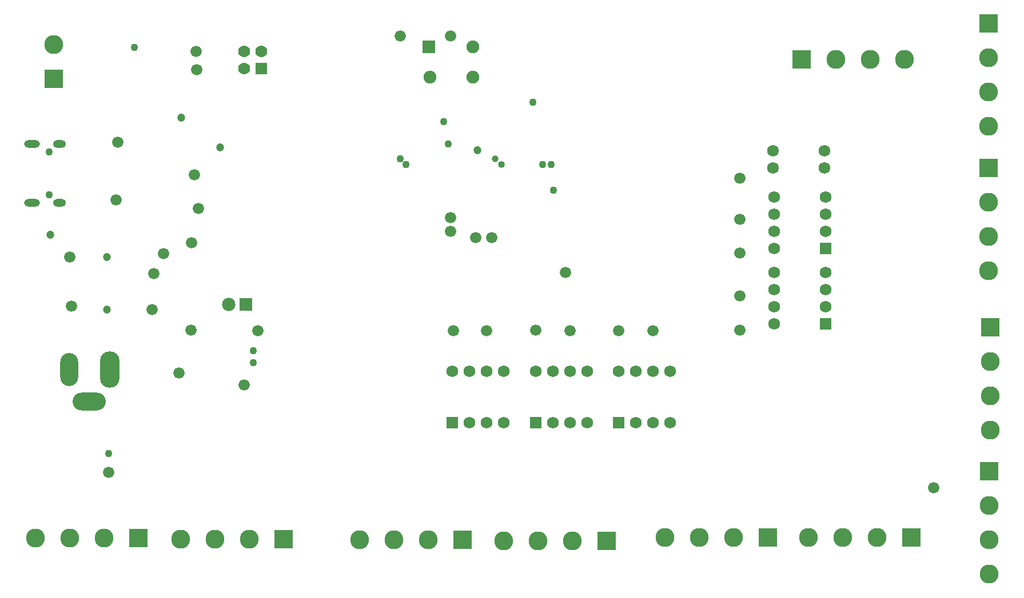
<source format=gbs>
G04*
G04 #@! TF.GenerationSoftware,Altium Limited,Altium Designer,25.4.2 (15)*
G04*
G04 Layer_Color=16711935*
%FSLAX44Y44*%
%MOMM*%
G71*
G04*
G04 #@! TF.SameCoordinates,AB3986B5-8965-4272-984F-493E451A5069*
G04*
G04*
G04 #@! TF.FilePolarity,Negative*
G04*
G01*
G75*
%ADD58R,1.9020X1.9020*%
%ADD59C,1.9020*%
%ADD60O,1.9270X1.1270*%
%ADD61O,2.3270X1.1270*%
%ADD62C,2.8040*%
%ADD63R,2.8040X2.8040*%
%ADD64R,2.8040X2.8040*%
%ADD65O,4.9040X2.6540*%
%ADD66O,2.6540X4.9040*%
%ADD67O,2.9040X5.4040*%
%ADD68C,1.7540*%
%ADD69R,1.7540X1.7540*%
%ADD70R,1.7540X1.7540*%
%ADD71C,1.7248*%
%ADD72C,1.7740*%
%ADD73R,1.7740X1.7740*%
%ADD74R,1.9790X1.9790*%
%ADD75C,1.9790*%
%ADD76C,1.2040*%
%ADD77C,1.6740*%
%ADD78C,1.1040*%
%ADD79C,1.0040*%
%ADD80C,1.0150*%
D58*
X612660Y809900D02*
D03*
D59*
X677660D02*
D03*
X614160Y764900D02*
D03*
X677660D02*
D03*
D60*
X65330Y579100D02*
D03*
Y665500D02*
D03*
D61*
X25330Y579100D02*
D03*
Y665500D02*
D03*
D62*
X1442720Y27940D02*
D03*
Y78740D02*
D03*
Y129540D02*
D03*
X1174750Y82550D02*
D03*
X1225550D02*
D03*
X1276350D02*
D03*
X962660D02*
D03*
X1013460D02*
D03*
X1064260D02*
D03*
X30480Y81280D02*
D03*
X81280D02*
D03*
X132080D02*
D03*
X612140Y78740D02*
D03*
X561340D02*
D03*
X510540D02*
D03*
X57150Y812800D02*
D03*
X346710Y80010D02*
D03*
X295910D02*
D03*
X245110D02*
D03*
X1215390Y791210D02*
D03*
X1266190D02*
D03*
X1316990D02*
D03*
X825500Y77470D02*
D03*
X774700D02*
D03*
X723900D02*
D03*
X1441450Y793750D02*
D03*
Y742950D02*
D03*
Y692150D02*
D03*
Y579120D02*
D03*
Y528320D02*
D03*
Y477520D02*
D03*
X1443990Y342900D02*
D03*
Y292100D02*
D03*
Y241300D02*
D03*
D63*
X1442720Y180340D02*
D03*
X57150Y762000D02*
D03*
X1441450Y844550D02*
D03*
Y629920D02*
D03*
X1443990Y393700D02*
D03*
D64*
X1327150Y82550D02*
D03*
X1115060D02*
D03*
X182880Y81280D02*
D03*
X662940Y78740D02*
D03*
X397510Y80010D02*
D03*
X1164590Y791210D02*
D03*
X876300Y77470D02*
D03*
D65*
X109930Y284470D02*
D03*
D66*
X79930Y331470D02*
D03*
D67*
X139930D02*
D03*
D68*
X647700Y328930D02*
D03*
X673100D02*
D03*
X698500D02*
D03*
X723900D02*
D03*
Y252730D02*
D03*
X698500D02*
D03*
X673100D02*
D03*
X1123950Y398780D02*
D03*
Y424180D02*
D03*
Y449580D02*
D03*
Y474980D02*
D03*
X1200150D02*
D03*
Y449580D02*
D03*
Y424180D02*
D03*
X1123950Y510540D02*
D03*
Y535940D02*
D03*
Y561340D02*
D03*
Y586740D02*
D03*
X1200150D02*
D03*
Y561340D02*
D03*
Y535940D02*
D03*
X770890Y328930D02*
D03*
X796290D02*
D03*
X821690D02*
D03*
X847090D02*
D03*
Y252730D02*
D03*
X821690D02*
D03*
X796290D02*
D03*
X894080Y328930D02*
D03*
X919480D02*
D03*
X944880D02*
D03*
X970280D02*
D03*
Y252730D02*
D03*
X944880D02*
D03*
X919480D02*
D03*
D69*
X647700D02*
D03*
X770890D02*
D03*
X894080D02*
D03*
D70*
X1200150Y398780D02*
D03*
Y510540D02*
D03*
D71*
X1198880Y629920D02*
D03*
Y655320D02*
D03*
X1122680D02*
D03*
Y629920D02*
D03*
D72*
X339090Y802640D02*
D03*
X364490D02*
D03*
X339090Y777240D02*
D03*
D73*
X364490D02*
D03*
D74*
X341630Y427990D02*
D03*
D75*
X316630D02*
D03*
D76*
X684530Y656590D02*
D03*
X303530Y660400D02*
D03*
X246380Y704850D02*
D03*
X135890Y420370D02*
D03*
Y497840D02*
D03*
X52070Y530860D02*
D03*
D77*
X149860Y582930D02*
D03*
X152400Y668020D02*
D03*
X339090Y308610D02*
D03*
X271780Y570230D02*
D03*
X645160Y825500D02*
D03*
X570230D02*
D03*
X265430Y619760D02*
D03*
X81280Y497840D02*
D03*
X219710Y502920D02*
D03*
X645160Y556260D02*
D03*
Y535940D02*
D03*
X83820Y425450D02*
D03*
X261620Y519430D02*
D03*
X706120Y527050D02*
D03*
X681990D02*
D03*
X1073150Y553720D02*
D03*
X648970Y388620D02*
D03*
X698500D02*
D03*
X770890Y389890D02*
D03*
X821690Y388620D02*
D03*
X894080D02*
D03*
X944880D02*
D03*
X1073150Y389890D02*
D03*
Y440690D02*
D03*
Y504190D02*
D03*
Y614680D02*
D03*
X359410Y388620D02*
D03*
X260350Y389890D02*
D03*
X242570Y326390D02*
D03*
X203200Y420370D02*
D03*
X205740Y473710D02*
D03*
X267970Y802640D02*
D03*
X269240Y775970D02*
D03*
X138430Y179070D02*
D03*
X815340Y474980D02*
D03*
X1360170Y156210D02*
D03*
D78*
X353060Y359410D02*
D03*
Y341630D02*
D03*
X176530Y808990D02*
D03*
X797560Y596900D02*
D03*
X635000Y698500D02*
D03*
X641350Y665480D02*
D03*
X793750Y635000D02*
D03*
X781050D02*
D03*
X579120D02*
D03*
X570230Y643890D02*
D03*
X767080Y727710D02*
D03*
X50800Y590550D02*
D03*
Y654050D02*
D03*
X138430Y207010D02*
D03*
D79*
X711200Y643890D02*
D03*
D80*
X720090Y635000D02*
D03*
M02*

</source>
